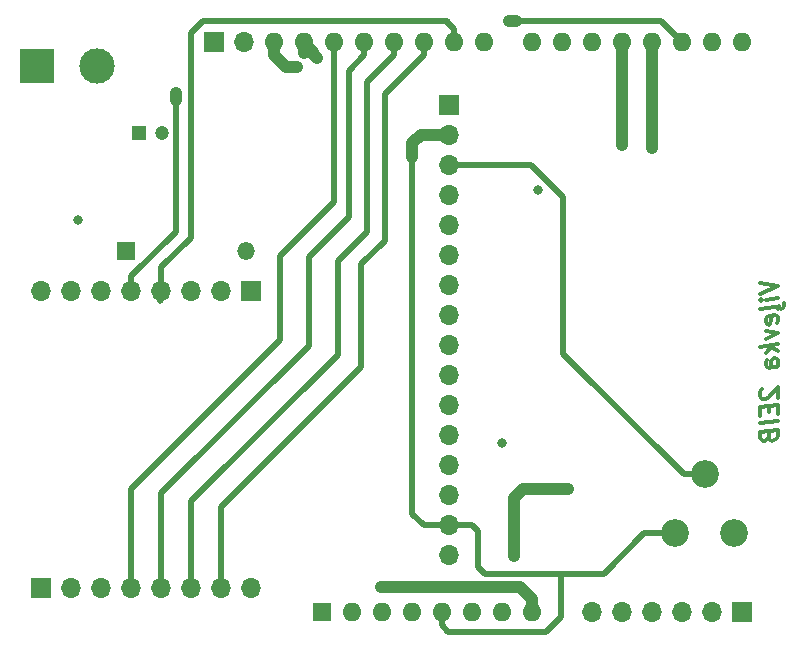
<source format=gbr>
G04 #@! TF.GenerationSoftware,KiCad,Pcbnew,(5.1.7)-1*
G04 #@! TF.CreationDate,2021-01-26T00:26:03+02:00*
G04 #@! TF.ProjectId,LORA,4c4f5241-2e6b-4696-9361-645f70636258,V 2.0*
G04 #@! TF.SameCoordinates,Original*
G04 #@! TF.FileFunction,Copper,L2,Bot*
G04 #@! TF.FilePolarity,Positive*
%FSLAX46Y46*%
G04 Gerber Fmt 4.6, Leading zero omitted, Abs format (unit mm)*
G04 Created by KiCad (PCBNEW (5.1.7)-1) date 2021-01-26 00:26:03*
%MOMM*%
%LPD*%
G01*
G04 APERTURE LIST*
G04 #@! TA.AperFunction,NonConductor*
%ADD10C,0.300000*%
G04 #@! TD*
G04 #@! TA.AperFunction,ComponentPad*
%ADD11O,1.600000X1.600000*%
G04 #@! TD*
G04 #@! TA.AperFunction,ComponentPad*
%ADD12R,1.600000X1.600000*%
G04 #@! TD*
G04 #@! TA.AperFunction,ComponentPad*
%ADD13O,1.700000X1.700000*%
G04 #@! TD*
G04 #@! TA.AperFunction,ComponentPad*
%ADD14R,1.700000X1.700000*%
G04 #@! TD*
G04 #@! TA.AperFunction,ComponentPad*
%ADD15C,2.340000*%
G04 #@! TD*
G04 #@! TA.AperFunction,ComponentPad*
%ADD16R,1.200000X1.200000*%
G04 #@! TD*
G04 #@! TA.AperFunction,ComponentPad*
%ADD17C,1.200000*%
G04 #@! TD*
G04 #@! TA.AperFunction,ComponentPad*
%ADD18R,1.500000X1.500000*%
G04 #@! TD*
G04 #@! TA.AperFunction,ComponentPad*
%ADD19O,1.500000X1.500000*%
G04 #@! TD*
G04 #@! TA.AperFunction,ComponentPad*
%ADD20R,3.000000X3.000000*%
G04 #@! TD*
G04 #@! TA.AperFunction,ComponentPad*
%ADD21C,3.000000*%
G04 #@! TD*
G04 #@! TA.AperFunction,ViaPad*
%ADD22C,0.800000*%
G04 #@! TD*
G04 #@! TA.AperFunction,Conductor*
%ADD23C,1.000000*%
G04 #@! TD*
G04 #@! TA.AperFunction,Conductor*
%ADD24C,0.500000*%
G04 #@! TD*
G04 APERTURE END LIST*
D10*
X177943771Y-86529600D02*
X179443771Y-86842100D01*
X177943771Y-87529600D01*
X179443771Y-87842100D02*
X178443771Y-87967100D01*
X177943771Y-88029600D02*
X178015200Y-87949242D01*
X178086628Y-88011742D01*
X178015200Y-88092100D01*
X177943771Y-88029600D01*
X178086628Y-88011742D01*
X179443771Y-88770671D02*
X179372342Y-88636742D01*
X179229485Y-88583171D01*
X177943771Y-88743885D01*
X179515200Y-88547457D02*
X179586628Y-88681385D01*
X179729485Y-88734957D01*
X179872342Y-88645671D01*
X179943771Y-88493885D01*
X179943771Y-88279600D01*
X179372342Y-89922457D02*
X179443771Y-89770671D01*
X179443771Y-89484957D01*
X179372342Y-89351028D01*
X179229485Y-89297457D01*
X178658057Y-89368885D01*
X178515200Y-89458171D01*
X178443771Y-89609957D01*
X178443771Y-89895671D01*
X178515200Y-90029600D01*
X178658057Y-90083171D01*
X178800914Y-90065314D01*
X178943771Y-89333171D01*
X178443771Y-90609957D02*
X179443771Y-90842100D01*
X178443771Y-91324242D01*
X179443771Y-91770671D02*
X177943771Y-91958171D01*
X178872342Y-91984957D02*
X179443771Y-92342100D01*
X178443771Y-92467100D02*
X179015200Y-91824242D01*
X179443771Y-93627814D02*
X178658057Y-93726028D01*
X178515200Y-93672457D01*
X178443771Y-93538528D01*
X178443771Y-93252814D01*
X178515200Y-93101028D01*
X179372342Y-93636742D02*
X179443771Y-93484957D01*
X179443771Y-93127814D01*
X179372342Y-92993885D01*
X179229485Y-92940314D01*
X179086628Y-92958171D01*
X178943771Y-93047457D01*
X178872342Y-93199242D01*
X178872342Y-93556385D01*
X178800914Y-93708171D01*
X178086628Y-95583171D02*
X178015200Y-95663528D01*
X177943771Y-95815314D01*
X177943771Y-96172457D01*
X178015200Y-96306385D01*
X178086628Y-96368885D01*
X178229485Y-96422457D01*
X178372342Y-96404600D01*
X178586628Y-96306385D01*
X179443771Y-95342100D01*
X179443771Y-96270671D01*
X178658057Y-97011742D02*
X178658057Y-97511742D01*
X179443771Y-97627814D02*
X179443771Y-96913528D01*
X177943771Y-97101028D01*
X177943771Y-97815314D01*
X179443771Y-98270671D02*
X177943771Y-98458171D01*
X178658057Y-99583171D02*
X178729485Y-99788528D01*
X178800914Y-99851028D01*
X178943771Y-99904600D01*
X179158057Y-99877814D01*
X179300914Y-99788528D01*
X179372342Y-99708171D01*
X179443771Y-99556385D01*
X179443771Y-98984957D01*
X177943771Y-99172457D01*
X177943771Y-99672457D01*
X178015200Y-99806385D01*
X178086628Y-99868885D01*
X178229485Y-99922457D01*
X178372342Y-99904600D01*
X178515200Y-99815314D01*
X178586628Y-99734957D01*
X178658057Y-99583171D01*
X178658057Y-99083171D01*
D11*
X173863000Y-66167000D03*
X176403000Y-66167000D03*
X136783000Y-66167000D03*
X176403000Y-114427000D03*
X139323000Y-66167000D03*
X173863000Y-114427000D03*
X141863000Y-66167000D03*
X171323000Y-114427000D03*
X144403000Y-66167000D03*
X168783000Y-114427000D03*
X146943000Y-66167000D03*
X166243000Y-114427000D03*
X149483000Y-66167000D03*
X163703000Y-114427000D03*
X152023000Y-66167000D03*
X158623000Y-114427000D03*
X154563000Y-66167000D03*
X156083000Y-114427000D03*
X158623000Y-66167000D03*
X153543000Y-114427000D03*
X161163000Y-66167000D03*
X151003000Y-114427000D03*
X163703000Y-66167000D03*
X148463000Y-114427000D03*
X166243000Y-66167000D03*
X145923000Y-114427000D03*
X168783000Y-66167000D03*
X143383000Y-114427000D03*
X171323000Y-66167000D03*
D12*
X140843000Y-114427000D03*
D11*
X134243000Y-66167000D03*
X131703000Y-66167000D03*
D13*
X134289800Y-66192400D03*
D14*
X131749800Y-66192400D03*
D13*
X163703000Y-114452400D03*
X166243000Y-114452400D03*
X168783000Y-114452400D03*
X171323000Y-114452400D03*
X173863000Y-114452400D03*
D14*
X176403000Y-114452400D03*
D13*
X151587200Y-109575600D03*
X151587200Y-107035600D03*
X151587200Y-104495600D03*
X151587200Y-101955600D03*
X151587200Y-99415600D03*
X151587200Y-96875600D03*
X151587200Y-94335600D03*
X151587200Y-91795600D03*
X151587200Y-89255600D03*
X151587200Y-86715600D03*
X151587200Y-84175600D03*
X151587200Y-81635600D03*
X151587200Y-79095600D03*
X151587200Y-76555600D03*
X151587200Y-74015600D03*
D14*
X151587200Y-71475600D03*
D15*
X170764200Y-107772200D03*
X173264200Y-102772200D03*
X175764200Y-107772200D03*
D13*
X134874000Y-112395000D03*
X132334000Y-112395000D03*
X129794000Y-112395000D03*
X127254000Y-112395000D03*
X124714000Y-112395000D03*
X122174000Y-112395000D03*
X119634000Y-112395000D03*
D14*
X117094000Y-112395000D03*
D13*
X117094000Y-87249000D03*
X119634000Y-87249000D03*
X122174000Y-87249000D03*
X124714000Y-87249000D03*
X127254000Y-87249000D03*
X129794000Y-87249000D03*
X132334000Y-87249000D03*
D14*
X134874000Y-87249000D03*
D16*
X125330200Y-73863200D03*
D17*
X127330200Y-73863200D03*
D18*
X124231400Y-83845400D03*
D19*
X134391400Y-83845400D03*
D20*
X116713000Y-68224400D03*
D21*
X121793000Y-68224400D03*
D22*
X145821400Y-112318800D03*
X161705000Y-104047000D03*
X157149800Y-109651800D03*
X138709400Y-68300600D03*
X148513800Y-75336400D03*
X159131000Y-78689200D03*
X156083000Y-100101400D03*
X120192800Y-81203800D03*
X166243000Y-74879200D03*
X168783000Y-75107800D03*
X156718000Y-64389000D03*
X128498600Y-70459600D03*
D23*
X147116800Y-112318800D02*
X145821400Y-112318800D01*
X157646170Y-112318800D02*
X147116800Y-112318800D01*
X158623000Y-113295630D02*
X157646170Y-112318800D01*
X158623000Y-114427000D02*
X158623000Y-113295630D01*
X157149800Y-106045000D02*
X157149800Y-109651800D01*
X157149800Y-104749600D02*
X157149800Y-106045000D01*
X157852400Y-104047000D02*
X157149800Y-104749600D01*
X161705000Y-104047000D02*
X157852400Y-104047000D01*
D24*
X151003000Y-115558370D02*
X151522630Y-116078000D01*
X151003000Y-114427000D02*
X151003000Y-115558370D01*
X151522630Y-116078000D02*
X159816800Y-116078000D01*
X168122600Y-107772200D02*
X170764200Y-107772200D01*
X164693600Y-111201200D02*
X168122600Y-107772200D01*
X153568400Y-107035600D02*
X151587200Y-107035600D01*
X154063700Y-107530900D02*
X153568400Y-107035600D01*
X154063700Y-110629700D02*
X154063700Y-107530900D01*
X154635200Y-111201200D02*
X154063700Y-110629700D01*
X161086800Y-111328200D02*
X160959800Y-111201200D01*
X161086800Y-114808000D02*
X161086800Y-111328200D01*
X160959800Y-111201200D02*
X154635200Y-111201200D01*
X164693600Y-111201200D02*
X160959800Y-111201200D01*
X159816800Y-116078000D02*
X161086800Y-114808000D01*
X148513800Y-75886919D02*
X148513800Y-106095800D01*
X149453600Y-107035600D02*
X151587200Y-107035600D01*
X148513800Y-106095800D02*
X149453600Y-107035600D01*
D23*
X149199600Y-74015600D02*
X148666200Y-74549000D01*
X151587200Y-74015600D02*
X149199600Y-74015600D01*
D24*
X148666200Y-74549000D02*
X148513800Y-74701400D01*
D23*
X148513800Y-74701400D02*
X149199600Y-74015600D01*
X137785230Y-68300600D02*
X138709400Y-68300600D01*
X148513800Y-75886919D02*
X148513800Y-75336400D01*
X148513800Y-75336400D02*
X148513800Y-74701400D01*
X136783000Y-66167000D02*
X136783000Y-67298370D01*
X136783000Y-67298370D02*
X137785230Y-68300600D01*
X140122999Y-67199599D02*
X140436600Y-67513200D01*
X140122999Y-66966999D02*
X140122999Y-67199599D01*
X139323000Y-66167000D02*
X140122999Y-66966999D01*
X139323000Y-66167000D02*
X139323000Y-67110800D01*
D24*
X141863000Y-66167000D02*
X141863000Y-79726600D01*
X141863000Y-79726600D02*
X137312400Y-84277200D01*
X137312400Y-84277200D02*
X137312400Y-91414600D01*
X124714000Y-104013000D02*
X124714000Y-112395000D01*
X137312400Y-91414600D02*
X124714000Y-104013000D01*
X144403000Y-66167000D02*
X144403000Y-67298370D01*
X144403000Y-67298370D02*
X143113001Y-68588369D01*
X127254000Y-104368600D02*
X127254000Y-112395000D01*
X139725400Y-91897200D02*
X127254000Y-104368600D01*
X139725400Y-84328000D02*
X139725400Y-91897200D01*
X143113001Y-80940399D02*
X139725400Y-84328000D01*
X143113001Y-68588369D02*
X143113001Y-80940399D01*
X146943000Y-67298370D02*
X144703800Y-69537570D01*
X146943000Y-66167000D02*
X146943000Y-67298370D01*
X144703800Y-69537570D02*
X144703800Y-82219800D01*
X144703800Y-82219800D02*
X142189200Y-84734400D01*
X142189200Y-84734400D02*
X142189200Y-92659200D01*
X129794000Y-105054400D02*
X129794000Y-112395000D01*
X142189200Y-92659200D02*
X129794000Y-105054400D01*
X132334000Y-105511600D02*
X132334000Y-112395000D01*
X144170400Y-93675200D02*
X132334000Y-105511600D01*
X149483000Y-66167000D02*
X149483000Y-67298370D01*
X149483000Y-67298370D02*
X146202400Y-70578970D01*
X146202400Y-70578970D02*
X146202400Y-82981800D01*
X146202400Y-82981800D02*
X146177000Y-82981800D01*
X146177000Y-82981800D02*
X144170400Y-84988400D01*
X144170400Y-84988400D02*
X144170400Y-93675200D01*
X152023000Y-66167000D02*
X152023000Y-65035630D01*
X151401770Y-64414400D02*
X151684985Y-64697615D01*
X150270400Y-64414400D02*
X151401770Y-64414400D01*
X152023000Y-65035630D02*
X151684985Y-64697615D01*
X151684985Y-64697615D02*
X151477970Y-64490600D01*
X130784600Y-64414400D02*
X129768600Y-65430400D01*
X150270400Y-64414400D02*
X130784600Y-64414400D01*
X129768600Y-65430400D02*
X129768600Y-82727800D01*
X127254000Y-87985600D02*
X127127000Y-88112600D01*
X127254000Y-85242400D02*
X127254000Y-87985600D01*
X127254000Y-85242400D02*
X129768600Y-82727800D01*
X127254000Y-87249000D02*
X127254000Y-85242400D01*
D23*
X166243000Y-66167000D02*
X166243000Y-74879200D01*
X168783000Y-66167000D02*
X168783000Y-75107800D01*
D24*
X169545000Y-64389000D02*
X160782000Y-64389000D01*
X171323000Y-66167000D02*
X169545000Y-64389000D01*
D23*
X156718000Y-64389000D02*
X157302200Y-64389000D01*
D24*
X160782000Y-64389000D02*
X157302200Y-64389000D01*
D23*
X128498600Y-70478115D02*
X128498600Y-71043800D01*
D24*
X124714000Y-87249000D02*
X124714000Y-86004400D01*
X124714000Y-86004400D02*
X128498600Y-82219800D01*
X128498600Y-82219800D02*
X128498600Y-72313800D01*
X128498600Y-72313800D02*
X128498600Y-71043800D01*
X171504600Y-102772200D02*
X173264200Y-102772200D01*
X161290000Y-92557600D02*
X171504600Y-102772200D01*
X161290000Y-79273400D02*
X161290000Y-92557600D01*
X158572200Y-76555600D02*
X161290000Y-79273400D01*
X151587200Y-76555600D02*
X158572200Y-76555600D01*
M02*

</source>
